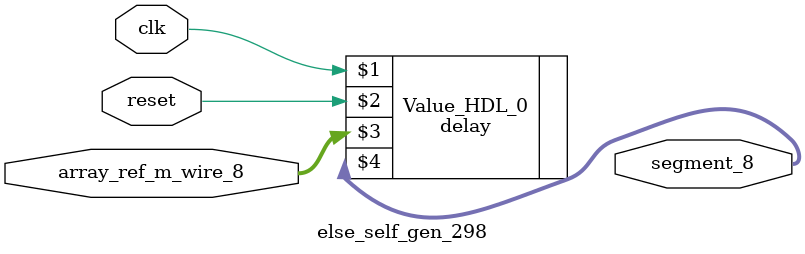
<source format=v>
module else_self_gen_298( input clk, input reset, input [31:0]array_ref_m_wire_8, output [31:0]segment_8); 
	wire [31:0]segment_8;
	//Proceed with segment_8 = array_ref_m_wire_8
	delay Value_HDL_0 ( clk, reset, array_ref_m_wire_8, segment_8);
endmodule
</source>
